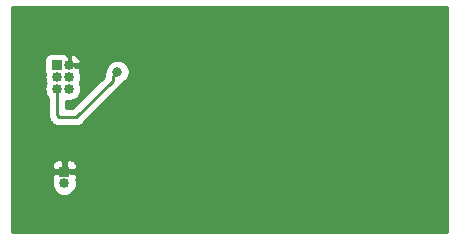
<source format=gbr>
G04 #@! TF.GenerationSoftware,KiCad,Pcbnew,(5.1.2)-1*
G04 #@! TF.CreationDate,2019-08-25T21:22:12-05:00*
G04 #@! TF.ProjectId,attiny-devboard,61747469-6e79-42d6-9465-76626f617264,rev?*
G04 #@! TF.SameCoordinates,Original*
G04 #@! TF.FileFunction,Copper,L2,Bot*
G04 #@! TF.FilePolarity,Positive*
%FSLAX46Y46*%
G04 Gerber Fmt 4.6, Leading zero omitted, Abs format (unit mm)*
G04 Created by KiCad (PCBNEW (5.1.2)-1) date 2019-08-25 21:22:12*
%MOMM*%
%LPD*%
G04 APERTURE LIST*
%ADD10R,0.850000X0.850000*%
%ADD11O,0.850000X0.850000*%
%ADD12C,0.800000*%
%ADD13C,0.250000*%
%ADD14C,0.254000*%
G04 APERTURE END LIST*
D10*
X114261900Y-93306900D03*
D11*
X114261900Y-94306900D03*
D10*
X113639600Y-84289900D03*
D11*
X114639600Y-84289900D03*
X113639600Y-85289900D03*
X114639600Y-85289900D03*
X113639600Y-86289900D03*
X114639600Y-86289900D03*
D12*
X144068800Y-81356200D03*
X119202200Y-91147900D03*
X118770400Y-84863940D03*
D13*
X118370401Y-85263939D02*
X118370401Y-85281719D01*
X118770400Y-84863940D02*
X118370401Y-85263939D01*
X118370401Y-85263939D02*
X118370401Y-85601759D01*
X118370401Y-85601759D02*
X115272820Y-88699340D01*
X115272820Y-88699340D02*
X113794540Y-88699340D01*
X113639600Y-88544400D02*
X113639600Y-86289900D01*
X113794540Y-88699340D02*
X113639600Y-88544400D01*
D14*
G36*
X146660001Y-98400000D02*
G01*
X109880000Y-98400000D01*
X109880000Y-94306900D01*
X113196772Y-94306900D01*
X113217238Y-94514696D01*
X113277850Y-94714507D01*
X113376278Y-94898653D01*
X113508741Y-95060059D01*
X113670147Y-95192522D01*
X113854293Y-95290950D01*
X114054104Y-95351562D01*
X114209834Y-95366900D01*
X114313966Y-95366900D01*
X114469696Y-95351562D01*
X114669507Y-95290950D01*
X114853653Y-95192522D01*
X115015059Y-95060059D01*
X115147522Y-94898653D01*
X115245950Y-94714507D01*
X115306562Y-94514696D01*
X115327028Y-94306900D01*
X115306562Y-94099104D01*
X115271835Y-93984624D01*
X115276402Y-93976080D01*
X115312712Y-93856382D01*
X115324972Y-93731900D01*
X115321900Y-93592650D01*
X115163150Y-93433900D01*
X114869033Y-93433900D01*
X114853653Y-93421278D01*
X114669507Y-93322850D01*
X114469696Y-93262238D01*
X114313966Y-93246900D01*
X114209834Y-93246900D01*
X114054104Y-93262238D01*
X113854293Y-93322850D01*
X113670147Y-93421278D01*
X113654767Y-93433900D01*
X113360650Y-93433900D01*
X113201900Y-93592650D01*
X113198828Y-93731900D01*
X113211088Y-93856382D01*
X113247398Y-93976080D01*
X113251965Y-93984624D01*
X113217238Y-94099104D01*
X113196772Y-94306900D01*
X109880000Y-94306900D01*
X109880000Y-92881900D01*
X113198828Y-92881900D01*
X113201900Y-93021150D01*
X113360650Y-93179900D01*
X114134900Y-93179900D01*
X114134900Y-92405650D01*
X114388900Y-92405650D01*
X114388900Y-93179900D01*
X115163150Y-93179900D01*
X115321900Y-93021150D01*
X115324972Y-92881900D01*
X115312712Y-92757418D01*
X115276402Y-92637720D01*
X115217437Y-92527406D01*
X115138085Y-92430715D01*
X115041394Y-92351363D01*
X114931080Y-92292398D01*
X114811382Y-92256088D01*
X114686900Y-92243828D01*
X114547650Y-92246900D01*
X114388900Y-92405650D01*
X114134900Y-92405650D01*
X113976150Y-92246900D01*
X113836900Y-92243828D01*
X113712418Y-92256088D01*
X113592720Y-92292398D01*
X113482406Y-92351363D01*
X113385715Y-92430715D01*
X113306363Y-92527406D01*
X113247398Y-92637720D01*
X113211088Y-92757418D01*
X113198828Y-92881900D01*
X109880000Y-92881900D01*
X109880000Y-85289900D01*
X112574472Y-85289900D01*
X112594938Y-85497696D01*
X112655550Y-85697507D01*
X112704935Y-85789900D01*
X112655550Y-85882293D01*
X112594938Y-86082104D01*
X112574472Y-86289900D01*
X112594938Y-86497696D01*
X112655550Y-86697507D01*
X112753978Y-86881653D01*
X112879601Y-87034724D01*
X112879600Y-88507077D01*
X112875924Y-88544400D01*
X112879600Y-88581722D01*
X112879600Y-88581732D01*
X112890597Y-88693385D01*
X112934054Y-88836646D01*
X113004626Y-88968676D01*
X113023428Y-88991586D01*
X113099599Y-89084401D01*
X113128603Y-89108204D01*
X113230736Y-89210337D01*
X113254539Y-89239341D01*
X113370264Y-89334314D01*
X113502293Y-89404886D01*
X113645554Y-89448343D01*
X113757207Y-89459340D01*
X113757216Y-89459340D01*
X113794539Y-89463016D01*
X113831862Y-89459340D01*
X115235498Y-89459340D01*
X115272820Y-89463016D01*
X115310142Y-89459340D01*
X115310153Y-89459340D01*
X115421806Y-89448343D01*
X115565067Y-89404886D01*
X115697096Y-89334314D01*
X115812821Y-89239341D01*
X115836624Y-89210337D01*
X118881404Y-86165558D01*
X118910402Y-86141760D01*
X118936733Y-86109676D01*
X119005375Y-86026036D01*
X119075947Y-85894006D01*
X119088558Y-85852431D01*
X119260656Y-85781145D01*
X119430174Y-85667877D01*
X119574337Y-85523714D01*
X119687605Y-85354196D01*
X119765626Y-85165838D01*
X119805400Y-84965879D01*
X119805400Y-84762001D01*
X119765626Y-84562042D01*
X119687605Y-84373684D01*
X119574337Y-84204166D01*
X119430174Y-84060003D01*
X119260656Y-83946735D01*
X119072298Y-83868714D01*
X118872339Y-83828940D01*
X118668461Y-83828940D01*
X118468502Y-83868714D01*
X118280144Y-83946735D01*
X118110626Y-84060003D01*
X117966463Y-84204166D01*
X117853195Y-84373684D01*
X117775174Y-84562042D01*
X117735400Y-84762001D01*
X117735400Y-84839714D01*
X117722450Y-84863941D01*
X117664855Y-84971693D01*
X117621398Y-85114954D01*
X117610401Y-85226607D01*
X117610401Y-85226617D01*
X117606725Y-85263939D01*
X117609118Y-85288240D01*
X114958019Y-87939340D01*
X114399600Y-87939340D01*
X114399600Y-87324793D01*
X114431804Y-87334562D01*
X114587534Y-87349900D01*
X114691666Y-87349900D01*
X114847396Y-87334562D01*
X115047207Y-87273950D01*
X115231353Y-87175522D01*
X115392759Y-87043059D01*
X115525222Y-86881653D01*
X115623650Y-86697507D01*
X115684262Y-86497696D01*
X115704728Y-86289900D01*
X115684262Y-86082104D01*
X115623650Y-85882293D01*
X115574265Y-85789900D01*
X115623650Y-85697507D01*
X115684262Y-85497696D01*
X115704728Y-85289900D01*
X115684262Y-85082104D01*
X115623650Y-84882293D01*
X115573298Y-84788091D01*
X115648472Y-84615150D01*
X115659140Y-84579962D01*
X115531857Y-84416900D01*
X115246733Y-84416900D01*
X115231353Y-84404278D01*
X115047207Y-84305850D01*
X114847396Y-84245238D01*
X114702672Y-84230984D01*
X114702672Y-83864900D01*
X114690412Y-83740418D01*
X114654102Y-83620720D01*
X114595137Y-83510406D01*
X114515785Y-83413715D01*
X114512600Y-83411101D01*
X114512600Y-83396279D01*
X114766600Y-83396279D01*
X114766600Y-84162900D01*
X115531857Y-84162900D01*
X115659140Y-83999838D01*
X115648472Y-83964650D01*
X115565634Y-83774078D01*
X115447209Y-83603329D01*
X115297748Y-83458964D01*
X115122994Y-83346532D01*
X114929664Y-83270353D01*
X114766600Y-83396279D01*
X114512600Y-83396279D01*
X114349536Y-83270353D01*
X114320642Y-83281738D01*
X114308780Y-83275398D01*
X114189082Y-83239088D01*
X114064600Y-83226828D01*
X113214600Y-83226828D01*
X113090118Y-83239088D01*
X112970420Y-83275398D01*
X112860106Y-83334363D01*
X112763415Y-83413715D01*
X112684063Y-83510406D01*
X112625098Y-83620720D01*
X112588788Y-83740418D01*
X112576528Y-83864900D01*
X112576528Y-84714900D01*
X112588788Y-84839382D01*
X112625098Y-84959080D01*
X112629665Y-84967624D01*
X112594938Y-85082104D01*
X112574472Y-85289900D01*
X109880000Y-85289900D01*
X109880000Y-79400000D01*
X146660000Y-79400000D01*
X146660001Y-98400000D01*
X146660001Y-98400000D01*
G37*
X146660001Y-98400000D02*
X109880000Y-98400000D01*
X109880000Y-94306900D01*
X113196772Y-94306900D01*
X113217238Y-94514696D01*
X113277850Y-94714507D01*
X113376278Y-94898653D01*
X113508741Y-95060059D01*
X113670147Y-95192522D01*
X113854293Y-95290950D01*
X114054104Y-95351562D01*
X114209834Y-95366900D01*
X114313966Y-95366900D01*
X114469696Y-95351562D01*
X114669507Y-95290950D01*
X114853653Y-95192522D01*
X115015059Y-95060059D01*
X115147522Y-94898653D01*
X115245950Y-94714507D01*
X115306562Y-94514696D01*
X115327028Y-94306900D01*
X115306562Y-94099104D01*
X115271835Y-93984624D01*
X115276402Y-93976080D01*
X115312712Y-93856382D01*
X115324972Y-93731900D01*
X115321900Y-93592650D01*
X115163150Y-93433900D01*
X114869033Y-93433900D01*
X114853653Y-93421278D01*
X114669507Y-93322850D01*
X114469696Y-93262238D01*
X114313966Y-93246900D01*
X114209834Y-93246900D01*
X114054104Y-93262238D01*
X113854293Y-93322850D01*
X113670147Y-93421278D01*
X113654767Y-93433900D01*
X113360650Y-93433900D01*
X113201900Y-93592650D01*
X113198828Y-93731900D01*
X113211088Y-93856382D01*
X113247398Y-93976080D01*
X113251965Y-93984624D01*
X113217238Y-94099104D01*
X113196772Y-94306900D01*
X109880000Y-94306900D01*
X109880000Y-92881900D01*
X113198828Y-92881900D01*
X113201900Y-93021150D01*
X113360650Y-93179900D01*
X114134900Y-93179900D01*
X114134900Y-92405650D01*
X114388900Y-92405650D01*
X114388900Y-93179900D01*
X115163150Y-93179900D01*
X115321900Y-93021150D01*
X115324972Y-92881900D01*
X115312712Y-92757418D01*
X115276402Y-92637720D01*
X115217437Y-92527406D01*
X115138085Y-92430715D01*
X115041394Y-92351363D01*
X114931080Y-92292398D01*
X114811382Y-92256088D01*
X114686900Y-92243828D01*
X114547650Y-92246900D01*
X114388900Y-92405650D01*
X114134900Y-92405650D01*
X113976150Y-92246900D01*
X113836900Y-92243828D01*
X113712418Y-92256088D01*
X113592720Y-92292398D01*
X113482406Y-92351363D01*
X113385715Y-92430715D01*
X113306363Y-92527406D01*
X113247398Y-92637720D01*
X113211088Y-92757418D01*
X113198828Y-92881900D01*
X109880000Y-92881900D01*
X109880000Y-85289900D01*
X112574472Y-85289900D01*
X112594938Y-85497696D01*
X112655550Y-85697507D01*
X112704935Y-85789900D01*
X112655550Y-85882293D01*
X112594938Y-86082104D01*
X112574472Y-86289900D01*
X112594938Y-86497696D01*
X112655550Y-86697507D01*
X112753978Y-86881653D01*
X112879601Y-87034724D01*
X112879600Y-88507077D01*
X112875924Y-88544400D01*
X112879600Y-88581722D01*
X112879600Y-88581732D01*
X112890597Y-88693385D01*
X112934054Y-88836646D01*
X113004626Y-88968676D01*
X113023428Y-88991586D01*
X113099599Y-89084401D01*
X113128603Y-89108204D01*
X113230736Y-89210337D01*
X113254539Y-89239341D01*
X113370264Y-89334314D01*
X113502293Y-89404886D01*
X113645554Y-89448343D01*
X113757207Y-89459340D01*
X113757216Y-89459340D01*
X113794539Y-89463016D01*
X113831862Y-89459340D01*
X115235498Y-89459340D01*
X115272820Y-89463016D01*
X115310142Y-89459340D01*
X115310153Y-89459340D01*
X115421806Y-89448343D01*
X115565067Y-89404886D01*
X115697096Y-89334314D01*
X115812821Y-89239341D01*
X115836624Y-89210337D01*
X118881404Y-86165558D01*
X118910402Y-86141760D01*
X118936733Y-86109676D01*
X119005375Y-86026036D01*
X119075947Y-85894006D01*
X119088558Y-85852431D01*
X119260656Y-85781145D01*
X119430174Y-85667877D01*
X119574337Y-85523714D01*
X119687605Y-85354196D01*
X119765626Y-85165838D01*
X119805400Y-84965879D01*
X119805400Y-84762001D01*
X119765626Y-84562042D01*
X119687605Y-84373684D01*
X119574337Y-84204166D01*
X119430174Y-84060003D01*
X119260656Y-83946735D01*
X119072298Y-83868714D01*
X118872339Y-83828940D01*
X118668461Y-83828940D01*
X118468502Y-83868714D01*
X118280144Y-83946735D01*
X118110626Y-84060003D01*
X117966463Y-84204166D01*
X117853195Y-84373684D01*
X117775174Y-84562042D01*
X117735400Y-84762001D01*
X117735400Y-84839714D01*
X117722450Y-84863941D01*
X117664855Y-84971693D01*
X117621398Y-85114954D01*
X117610401Y-85226607D01*
X117610401Y-85226617D01*
X117606725Y-85263939D01*
X117609118Y-85288240D01*
X114958019Y-87939340D01*
X114399600Y-87939340D01*
X114399600Y-87324793D01*
X114431804Y-87334562D01*
X114587534Y-87349900D01*
X114691666Y-87349900D01*
X114847396Y-87334562D01*
X115047207Y-87273950D01*
X115231353Y-87175522D01*
X115392759Y-87043059D01*
X115525222Y-86881653D01*
X115623650Y-86697507D01*
X115684262Y-86497696D01*
X115704728Y-86289900D01*
X115684262Y-86082104D01*
X115623650Y-85882293D01*
X115574265Y-85789900D01*
X115623650Y-85697507D01*
X115684262Y-85497696D01*
X115704728Y-85289900D01*
X115684262Y-85082104D01*
X115623650Y-84882293D01*
X115573298Y-84788091D01*
X115648472Y-84615150D01*
X115659140Y-84579962D01*
X115531857Y-84416900D01*
X115246733Y-84416900D01*
X115231353Y-84404278D01*
X115047207Y-84305850D01*
X114847396Y-84245238D01*
X114702672Y-84230984D01*
X114702672Y-83864900D01*
X114690412Y-83740418D01*
X114654102Y-83620720D01*
X114595137Y-83510406D01*
X114515785Y-83413715D01*
X114512600Y-83411101D01*
X114512600Y-83396279D01*
X114766600Y-83396279D01*
X114766600Y-84162900D01*
X115531857Y-84162900D01*
X115659140Y-83999838D01*
X115648472Y-83964650D01*
X115565634Y-83774078D01*
X115447209Y-83603329D01*
X115297748Y-83458964D01*
X115122994Y-83346532D01*
X114929664Y-83270353D01*
X114766600Y-83396279D01*
X114512600Y-83396279D01*
X114349536Y-83270353D01*
X114320642Y-83281738D01*
X114308780Y-83275398D01*
X114189082Y-83239088D01*
X114064600Y-83226828D01*
X113214600Y-83226828D01*
X113090118Y-83239088D01*
X112970420Y-83275398D01*
X112860106Y-83334363D01*
X112763415Y-83413715D01*
X112684063Y-83510406D01*
X112625098Y-83620720D01*
X112588788Y-83740418D01*
X112576528Y-83864900D01*
X112576528Y-84714900D01*
X112588788Y-84839382D01*
X112625098Y-84959080D01*
X112629665Y-84967624D01*
X112594938Y-85082104D01*
X112574472Y-85289900D01*
X109880000Y-85289900D01*
X109880000Y-79400000D01*
X146660000Y-79400000D01*
X146660001Y-98400000D01*
M02*

</source>
